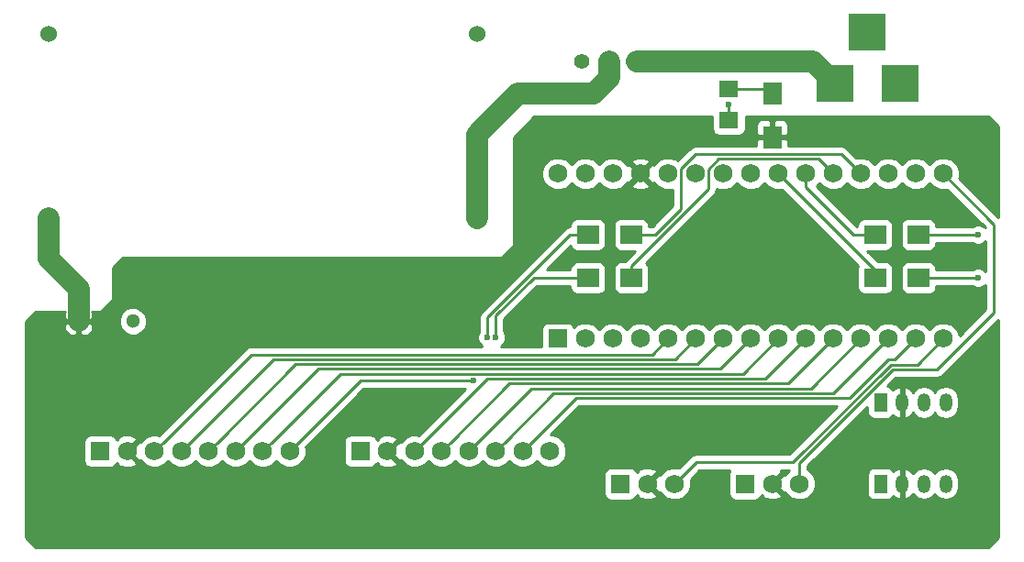
<source format=gbr>
G04 #@! TF.FileFunction,Copper,L1,Top,Signal*
%FSLAX46Y46*%
G04 Gerber Fmt 4.6, Leading zero omitted, Abs format (unit mm)*
G04 Created by KiCad (PCBNEW 4.0.3+e1-6302~38~ubuntu15.04.1-stable) date Wed Oct  5 22:25:40 2016*
%MOMM*%
%LPD*%
G01*
G04 APERTURE LIST*
%ADD10C,0.100000*%
%ADD11R,1.727200X1.727200*%
%ADD12C,1.727200*%
%ADD13R,1.300000X1.300000*%
%ADD14C,1.300000*%
%ADD15R,1.800860X1.597660*%
%ADD16R,1.750000X1.750000*%
%ADD17C,1.750000*%
%ADD18R,1.200000X1.700000*%
%ADD19O,1.200000X1.700000*%
%ADD20C,1.524000*%
%ADD21R,3.500120X3.500120*%
%ADD22R,2.000000X1.700000*%
%ADD23R,1.700000X2.000000*%
%ADD24R,1.397000X1.397000*%
%ADD25C,1.397000*%
%ADD26C,0.600000*%
%ADD27C,0.250000*%
%ADD28C,2.050000*%
%ADD29C,0.254000*%
G04 APERTURE END LIST*
D10*
D11*
X80220000Y-61620000D03*
D12*
X82760000Y-61620000D03*
X85300000Y-61620000D03*
X87840000Y-61620000D03*
X90380000Y-61620000D03*
X92920000Y-61620000D03*
X95460000Y-61620000D03*
X98000000Y-61620000D03*
X100540000Y-61620000D03*
X103080000Y-61620000D03*
X105620000Y-61620000D03*
X108160000Y-61620000D03*
X110700000Y-61620000D03*
X113240000Y-61620000D03*
X115780000Y-61620000D03*
X115780000Y-46380000D03*
X113240000Y-46380000D03*
X110700000Y-46380000D03*
X108160000Y-46380000D03*
X105620000Y-46380000D03*
X103080000Y-46380000D03*
X100540000Y-46380000D03*
X98000000Y-46380000D03*
X95460000Y-46380000D03*
X92920000Y-46380000D03*
X90380000Y-46380000D03*
X87840000Y-46380000D03*
X85300000Y-46380000D03*
X82760000Y-46380000D03*
X80220000Y-46380000D03*
D13*
X36000000Y-60000000D03*
D14*
X41000000Y-60000000D03*
D15*
X96000000Y-38580140D03*
X96000000Y-41419860D03*
D16*
X38000000Y-72000000D03*
D17*
X40500000Y-72000000D03*
X43000000Y-72000000D03*
X45500000Y-72000000D03*
X48000000Y-72000000D03*
X50500000Y-72000000D03*
X53000000Y-72000000D03*
X55500000Y-72000000D03*
D16*
X62000000Y-72000000D03*
D17*
X64500000Y-72000000D03*
X67000000Y-72000000D03*
X69500000Y-72000000D03*
X72000000Y-72000000D03*
X74500000Y-72000000D03*
X77000000Y-72000000D03*
X79500000Y-72000000D03*
D18*
X110000000Y-75000000D03*
D19*
X112000000Y-75000000D03*
X114000000Y-75000000D03*
X116000000Y-75000000D03*
D18*
X110000000Y-67500000D03*
D19*
X112000000Y-67500000D03*
X114000000Y-67500000D03*
X116000000Y-67500000D03*
D20*
X72750000Y-50500000D03*
X72750000Y-33500000D03*
X33250000Y-50500000D03*
X33250000Y-33500000D03*
D21*
X105799860Y-38000000D03*
X111799340Y-38000000D03*
X108799600Y-33301000D03*
D22*
X87000000Y-52000000D03*
X83000000Y-52000000D03*
X87000000Y-56000000D03*
X83000000Y-56000000D03*
X109500000Y-52000000D03*
X113500000Y-52000000D03*
X109500000Y-56000000D03*
X113500000Y-56000000D03*
D23*
X100000000Y-39000000D03*
X100000000Y-43000000D03*
D16*
X86000000Y-75000000D03*
D17*
X88500000Y-75000000D03*
X91000000Y-75000000D03*
D16*
X97500000Y-75000000D03*
D17*
X100000000Y-75000000D03*
X102500000Y-75000000D03*
D24*
X87540000Y-36000000D03*
D25*
X85000000Y-36000000D03*
X82460000Y-36000000D03*
D26*
X96000000Y-40000000D03*
X72421178Y-65503528D03*
X73699997Y-61500000D03*
X74500000Y-61500000D03*
X119000000Y-52000000D03*
X119000000Y-56000000D03*
D27*
X96000000Y-41419860D02*
X96000000Y-40000000D01*
X43874999Y-71125001D02*
X43000000Y-72000000D01*
X51939395Y-63060605D02*
X43874999Y-71125001D01*
X88939395Y-63060605D02*
X51939395Y-63060605D01*
X90380000Y-61620000D02*
X88939395Y-63060605D01*
X91029384Y-63510616D02*
X53989384Y-63510616D01*
X92920000Y-61620000D02*
X91029384Y-63510616D01*
X53989384Y-63510616D02*
X46374999Y-71125001D01*
X46374999Y-71125001D02*
X45500000Y-72000000D01*
X95460000Y-61620000D02*
X93119373Y-63960627D01*
X48874999Y-71125001D02*
X48000000Y-72000000D01*
X93119373Y-63960627D02*
X56039373Y-63960627D01*
X56039373Y-63960627D02*
X48874999Y-71125001D01*
X95209362Y-64410638D02*
X58089362Y-64410638D01*
X98000000Y-61620000D02*
X95209362Y-64410638D01*
X51374999Y-71125001D02*
X50500000Y-72000000D01*
X58089362Y-64410638D02*
X51374999Y-71125001D01*
X60139351Y-64860649D02*
X53874999Y-71125001D01*
X100540000Y-61620000D02*
X97299351Y-64860649D01*
X97299351Y-64860649D02*
X60139351Y-64860649D01*
X53874999Y-71125001D02*
X53000000Y-72000000D01*
X103080000Y-61620000D02*
X99389341Y-65310659D01*
X99389341Y-65310659D02*
X73689341Y-65310659D01*
X73689341Y-65310659D02*
X67874999Y-71125001D01*
X67874999Y-71125001D02*
X67000000Y-72000000D01*
X105620000Y-61620000D02*
X101479331Y-65760669D01*
X101479331Y-65760669D02*
X75739331Y-65760669D01*
X75739331Y-65760669D02*
X70374999Y-71125001D01*
X70374999Y-71125001D02*
X69500000Y-72000000D01*
X108160000Y-61620000D02*
X103569321Y-66210679D01*
X103569321Y-66210679D02*
X77789321Y-66210679D01*
X72874999Y-71125001D02*
X72000000Y-72000000D01*
X77789321Y-66210679D02*
X72874999Y-71125001D01*
X110700000Y-61620000D02*
X105659311Y-66660689D01*
X105659311Y-66660689D02*
X79839311Y-66660689D01*
X79839311Y-66660689D02*
X75374999Y-71125001D01*
X75374999Y-71125001D02*
X74500000Y-72000000D01*
X113240000Y-61620000D02*
X111307995Y-63552005D01*
X111307995Y-63552005D02*
X110742858Y-63552005D01*
X81889301Y-67110699D02*
X77874999Y-71125001D01*
X110742858Y-63552005D02*
X107184164Y-67110699D01*
X107184164Y-67110699D02*
X81889301Y-67110699D01*
X77874999Y-71125001D02*
X77000000Y-72000000D01*
X115780000Y-61620000D02*
X113390378Y-64009622D01*
X113390378Y-64009622D02*
X110921651Y-64009622D01*
X110921651Y-64009622D02*
X101914423Y-73016850D01*
X101914423Y-73016850D02*
X92983150Y-73016850D01*
X92983150Y-73016850D02*
X91000000Y-75000000D01*
X115780000Y-46380000D02*
X120453758Y-51053758D01*
X120453758Y-51053758D02*
X120453758Y-59223105D01*
X120453758Y-59223105D02*
X115217230Y-64459633D01*
X102500000Y-73067684D02*
X102500000Y-75000000D01*
X115217230Y-64459633D02*
X111108051Y-64459633D01*
X111108051Y-64459633D02*
X102500000Y-73067684D01*
X108160000Y-46380000D02*
X106355001Y-44575001D01*
X91568601Y-45931399D02*
X91568601Y-49651288D01*
X89219889Y-52000000D02*
X87000000Y-52000000D01*
X106355001Y-44575001D02*
X92924999Y-44575001D01*
X92924999Y-44575001D02*
X91568601Y-45931399D01*
X91568601Y-49651288D02*
X89219889Y-52000000D01*
X108160000Y-46380000D02*
X108160000Y-45840000D01*
X94108601Y-47791399D02*
X87000000Y-54900000D01*
X87000000Y-54900000D02*
X87000000Y-56000000D01*
X94108601Y-45972269D02*
X94108601Y-47791399D01*
X95055858Y-45025012D02*
X94108601Y-45972269D01*
X104265012Y-45025012D02*
X95055858Y-45025012D01*
X105620000Y-46380000D02*
X104265012Y-45025012D01*
X103080000Y-46380000D02*
X103080000Y-47601314D01*
X103080000Y-47601314D02*
X107478686Y-52000000D01*
X107478686Y-52000000D02*
X108250000Y-52000000D01*
X108250000Y-52000000D02*
X109500000Y-52000000D01*
X100540000Y-46380000D02*
X109500000Y-55340000D01*
X109500000Y-55340000D02*
X109500000Y-56000000D01*
D28*
X33250000Y-50500000D02*
X33250000Y-54250000D01*
X36000000Y-57000000D02*
X36000000Y-60000000D01*
X33250000Y-54250000D02*
X36000000Y-57000000D01*
D27*
X96000000Y-38580140D02*
X99580140Y-38580140D01*
X99580140Y-38580140D02*
X100000000Y-39000000D01*
X71996914Y-65503528D02*
X72421178Y-65503528D01*
X61996472Y-65503528D02*
X71996914Y-65503528D01*
X55500000Y-72000000D02*
X61996472Y-65503528D01*
X83000000Y-52000000D02*
X81363590Y-52000000D01*
X81363590Y-52000000D02*
X73699997Y-59663593D01*
X73699997Y-59663593D02*
X73699997Y-61500000D01*
X78000000Y-56000000D02*
X74500000Y-59500000D01*
X74500000Y-59500000D02*
X74500000Y-61500000D01*
X81750000Y-56000000D02*
X78000000Y-56000000D01*
X83000000Y-56000000D02*
X81750000Y-56000000D01*
X83000000Y-56000000D02*
X82850000Y-56000000D01*
X113500000Y-52000000D02*
X119000000Y-52000000D01*
X113500000Y-56000000D02*
X119000000Y-56000000D01*
D28*
X85000000Y-36000000D02*
X85000000Y-37500000D01*
X85000000Y-37500000D02*
X83500000Y-39000000D01*
X83500000Y-39000000D02*
X76500000Y-39000000D01*
X76500000Y-39000000D02*
X72750000Y-42750000D01*
X72750000Y-42750000D02*
X72750000Y-50500000D01*
X87540000Y-36000000D02*
X103799860Y-36000000D01*
X103799860Y-36000000D02*
X105799860Y-38000000D01*
D29*
G36*
X94452130Y-42218690D02*
X94496408Y-42454007D01*
X94635480Y-42670131D01*
X94847680Y-42815121D01*
X95099570Y-42866130D01*
X96900430Y-42866130D01*
X97135747Y-42821852D01*
X97351871Y-42682780D01*
X97496861Y-42470580D01*
X97547870Y-42218690D01*
X97547870Y-41873691D01*
X98515000Y-41873691D01*
X98515000Y-42714250D01*
X98673750Y-42873000D01*
X99873000Y-42873000D01*
X99873000Y-41523750D01*
X100127000Y-41523750D01*
X100127000Y-42873000D01*
X101326250Y-42873000D01*
X101485000Y-42714250D01*
X101485000Y-41873691D01*
X101388327Y-41640302D01*
X101209699Y-41461673D01*
X100976310Y-41365000D01*
X100285750Y-41365000D01*
X100127000Y-41523750D01*
X99873000Y-41523750D01*
X99714250Y-41365000D01*
X99023690Y-41365000D01*
X98790301Y-41461673D01*
X98611673Y-41640302D01*
X98515000Y-41873691D01*
X97547870Y-41873691D01*
X97547870Y-41127000D01*
X119947394Y-41127000D01*
X120873000Y-42052606D01*
X120873000Y-50398198D01*
X117241916Y-46767114D01*
X117278339Y-46679398D01*
X117278859Y-46083218D01*
X117051192Y-45532220D01*
X116629997Y-45110290D01*
X116079398Y-44881661D01*
X115483218Y-44881141D01*
X114932220Y-45108808D01*
X114510290Y-45530003D01*
X114509905Y-45530931D01*
X114089997Y-45110290D01*
X113539398Y-44881661D01*
X112943218Y-44881141D01*
X112392220Y-45108808D01*
X111970290Y-45530003D01*
X111969905Y-45530931D01*
X111549997Y-45110290D01*
X110999398Y-44881661D01*
X110403218Y-44881141D01*
X109852220Y-45108808D01*
X109430290Y-45530003D01*
X109429905Y-45530931D01*
X109009997Y-45110290D01*
X108459398Y-44881661D01*
X107863218Y-44881141D01*
X107773156Y-44918354D01*
X106892402Y-44037600D01*
X106645840Y-43872853D01*
X106355001Y-43815001D01*
X101485000Y-43815001D01*
X101485000Y-43285750D01*
X101326250Y-43127000D01*
X100127000Y-43127000D01*
X100127000Y-43147000D01*
X99873000Y-43147000D01*
X99873000Y-43127000D01*
X98673750Y-43127000D01*
X98515000Y-43285750D01*
X98515000Y-43815001D01*
X92924999Y-43815001D01*
X92682413Y-43863255D01*
X92634159Y-43872853D01*
X92387598Y-44037600D01*
X91272415Y-45152783D01*
X91229997Y-45110290D01*
X90679398Y-44881661D01*
X90083218Y-44881141D01*
X89532220Y-45108808D01*
X89110290Y-45530003D01*
X89093459Y-45570537D01*
X88893805Y-45505800D01*
X88019605Y-46380000D01*
X88893805Y-47254200D01*
X89093033Y-47189601D01*
X89108808Y-47227780D01*
X89530003Y-47649710D01*
X90080602Y-47878339D01*
X90676782Y-47878859D01*
X90808601Y-47824393D01*
X90808601Y-49336486D01*
X88905087Y-51240000D01*
X88647440Y-51240000D01*
X88647440Y-51150000D01*
X88603162Y-50914683D01*
X88464090Y-50698559D01*
X88251890Y-50553569D01*
X88000000Y-50502560D01*
X86000000Y-50502560D01*
X85764683Y-50546838D01*
X85548559Y-50685910D01*
X85403569Y-50898110D01*
X85352560Y-51150000D01*
X85352560Y-52850000D01*
X85396838Y-53085317D01*
X85535910Y-53301441D01*
X85748110Y-53446431D01*
X86000000Y-53497440D01*
X87327758Y-53497440D01*
X86462599Y-54362599D01*
X86369080Y-54502560D01*
X86000000Y-54502560D01*
X85764683Y-54546838D01*
X85548559Y-54685910D01*
X85403569Y-54898110D01*
X85352560Y-55150000D01*
X85352560Y-56850000D01*
X85396838Y-57085317D01*
X85535910Y-57301441D01*
X85748110Y-57446431D01*
X86000000Y-57497440D01*
X88000000Y-57497440D01*
X88235317Y-57453162D01*
X88451441Y-57314090D01*
X88596431Y-57101890D01*
X88647440Y-56850000D01*
X88647440Y-55150000D01*
X88603162Y-54914683D01*
X88464090Y-54698559D01*
X88352494Y-54622308D01*
X94646002Y-48328800D01*
X94810749Y-48082238D01*
X94868601Y-47791399D01*
X94868601Y-47757089D01*
X95160602Y-47878339D01*
X95756782Y-47878859D01*
X96307780Y-47651192D01*
X96729710Y-47229997D01*
X96730095Y-47229069D01*
X97150003Y-47649710D01*
X97700602Y-47878339D01*
X98296782Y-47878859D01*
X98847780Y-47651192D01*
X99269710Y-47229997D01*
X99270095Y-47229069D01*
X99690003Y-47649710D01*
X100240602Y-47878339D01*
X100836782Y-47878859D01*
X100926844Y-47841646D01*
X107935937Y-54850739D01*
X107903569Y-54898110D01*
X107852560Y-55150000D01*
X107852560Y-56850000D01*
X107896838Y-57085317D01*
X108035910Y-57301441D01*
X108248110Y-57446431D01*
X108500000Y-57497440D01*
X110500000Y-57497440D01*
X110735317Y-57453162D01*
X110951441Y-57314090D01*
X111096431Y-57101890D01*
X111147440Y-56850000D01*
X111147440Y-55150000D01*
X111103162Y-54914683D01*
X110964090Y-54698559D01*
X110751890Y-54553569D01*
X110500000Y-54502560D01*
X109737362Y-54502560D01*
X108732242Y-53497440D01*
X110500000Y-53497440D01*
X110735317Y-53453162D01*
X110951441Y-53314090D01*
X111096431Y-53101890D01*
X111147440Y-52850000D01*
X111147440Y-51150000D01*
X111103162Y-50914683D01*
X110964090Y-50698559D01*
X110751890Y-50553569D01*
X110500000Y-50502560D01*
X108500000Y-50502560D01*
X108264683Y-50546838D01*
X108048559Y-50685910D01*
X107903569Y-50898110D01*
X107852560Y-51150000D01*
X107852560Y-51240000D01*
X107793488Y-51240000D01*
X104066351Y-47512863D01*
X104349710Y-47229997D01*
X104350095Y-47229069D01*
X104770003Y-47649710D01*
X105320602Y-47878339D01*
X105916782Y-47878859D01*
X106467780Y-47651192D01*
X106889710Y-47229997D01*
X106890095Y-47229069D01*
X107310003Y-47649710D01*
X107860602Y-47878339D01*
X108456782Y-47878859D01*
X109007780Y-47651192D01*
X109429710Y-47229997D01*
X109430095Y-47229069D01*
X109850003Y-47649710D01*
X110400602Y-47878339D01*
X110996782Y-47878859D01*
X111547780Y-47651192D01*
X111969710Y-47229997D01*
X111970095Y-47229069D01*
X112390003Y-47649710D01*
X112940602Y-47878339D01*
X113536782Y-47878859D01*
X114087780Y-47651192D01*
X114509710Y-47229997D01*
X114510095Y-47229069D01*
X114930003Y-47649710D01*
X115480602Y-47878339D01*
X116076782Y-47878859D01*
X116166844Y-47841646D01*
X119693758Y-51368560D01*
X119693758Y-51371524D01*
X119530327Y-51207808D01*
X119186799Y-51065162D01*
X118814833Y-51064838D01*
X118471057Y-51206883D01*
X118437882Y-51240000D01*
X115147440Y-51240000D01*
X115147440Y-51150000D01*
X115103162Y-50914683D01*
X114964090Y-50698559D01*
X114751890Y-50553569D01*
X114500000Y-50502560D01*
X112500000Y-50502560D01*
X112264683Y-50546838D01*
X112048559Y-50685910D01*
X111903569Y-50898110D01*
X111852560Y-51150000D01*
X111852560Y-52850000D01*
X111896838Y-53085317D01*
X112035910Y-53301441D01*
X112248110Y-53446431D01*
X112500000Y-53497440D01*
X114500000Y-53497440D01*
X114735317Y-53453162D01*
X114951441Y-53314090D01*
X115096431Y-53101890D01*
X115147440Y-52850000D01*
X115147440Y-52760000D01*
X118437537Y-52760000D01*
X118469673Y-52792192D01*
X118813201Y-52934838D01*
X119185167Y-52935162D01*
X119528943Y-52793117D01*
X119693758Y-52628589D01*
X119693758Y-55371524D01*
X119530327Y-55207808D01*
X119186799Y-55065162D01*
X118814833Y-55064838D01*
X118471057Y-55206883D01*
X118437882Y-55240000D01*
X115147440Y-55240000D01*
X115147440Y-55150000D01*
X115103162Y-54914683D01*
X114964090Y-54698559D01*
X114751890Y-54553569D01*
X114500000Y-54502560D01*
X112500000Y-54502560D01*
X112264683Y-54546838D01*
X112048559Y-54685910D01*
X111903569Y-54898110D01*
X111852560Y-55150000D01*
X111852560Y-56850000D01*
X111896838Y-57085317D01*
X112035910Y-57301441D01*
X112248110Y-57446431D01*
X112500000Y-57497440D01*
X114500000Y-57497440D01*
X114735317Y-57453162D01*
X114951441Y-57314090D01*
X115096431Y-57101890D01*
X115147440Y-56850000D01*
X115147440Y-56760000D01*
X118437537Y-56760000D01*
X118469673Y-56792192D01*
X118813201Y-56934838D01*
X119185167Y-56935162D01*
X119528943Y-56793117D01*
X119693758Y-56628589D01*
X119693758Y-58908303D01*
X117278854Y-61323207D01*
X117051192Y-60772220D01*
X116629997Y-60350290D01*
X116079398Y-60121661D01*
X115483218Y-60121141D01*
X114932220Y-60348808D01*
X114510290Y-60770003D01*
X114509905Y-60770931D01*
X114089997Y-60350290D01*
X113539398Y-60121661D01*
X112943218Y-60121141D01*
X112392220Y-60348808D01*
X111970290Y-60770003D01*
X111969905Y-60770931D01*
X111549997Y-60350290D01*
X110999398Y-60121661D01*
X110403218Y-60121141D01*
X109852220Y-60348808D01*
X109430290Y-60770003D01*
X109429905Y-60770931D01*
X109009997Y-60350290D01*
X108459398Y-60121661D01*
X107863218Y-60121141D01*
X107312220Y-60348808D01*
X106890290Y-60770003D01*
X106889905Y-60770931D01*
X106469997Y-60350290D01*
X105919398Y-60121661D01*
X105323218Y-60121141D01*
X104772220Y-60348808D01*
X104350290Y-60770003D01*
X104349905Y-60770931D01*
X103929997Y-60350290D01*
X103379398Y-60121661D01*
X102783218Y-60121141D01*
X102232220Y-60348808D01*
X101810290Y-60770003D01*
X101809905Y-60770931D01*
X101389997Y-60350290D01*
X100839398Y-60121661D01*
X100243218Y-60121141D01*
X99692220Y-60348808D01*
X99270290Y-60770003D01*
X99269905Y-60770931D01*
X98849997Y-60350290D01*
X98299398Y-60121661D01*
X97703218Y-60121141D01*
X97152220Y-60348808D01*
X96730290Y-60770003D01*
X96729905Y-60770931D01*
X96309997Y-60350290D01*
X95759398Y-60121661D01*
X95163218Y-60121141D01*
X94612220Y-60348808D01*
X94190290Y-60770003D01*
X94189905Y-60770931D01*
X93769997Y-60350290D01*
X93219398Y-60121661D01*
X92623218Y-60121141D01*
X92072220Y-60348808D01*
X91650290Y-60770003D01*
X91649905Y-60770931D01*
X91229997Y-60350290D01*
X90679398Y-60121661D01*
X90083218Y-60121141D01*
X89532220Y-60348808D01*
X89110290Y-60770003D01*
X89109905Y-60770931D01*
X88689997Y-60350290D01*
X88139398Y-60121661D01*
X87543218Y-60121141D01*
X86992220Y-60348808D01*
X86570290Y-60770003D01*
X86569905Y-60770931D01*
X86149997Y-60350290D01*
X85599398Y-60121661D01*
X85003218Y-60121141D01*
X84452220Y-60348808D01*
X84030290Y-60770003D01*
X84029905Y-60770931D01*
X83609997Y-60350290D01*
X83059398Y-60121661D01*
X82463218Y-60121141D01*
X81912220Y-60348808D01*
X81695124Y-60565525D01*
X81686762Y-60521083D01*
X81547690Y-60304959D01*
X81335490Y-60159969D01*
X81083600Y-60108960D01*
X79356400Y-60108960D01*
X79121083Y-60153238D01*
X78904959Y-60292310D01*
X78759969Y-60504510D01*
X78708960Y-60756400D01*
X78708960Y-62300605D01*
X75010821Y-62300605D01*
X75028943Y-62293117D01*
X75292192Y-62030327D01*
X75434838Y-61686799D01*
X75435162Y-61314833D01*
X75293117Y-60971057D01*
X75260000Y-60937882D01*
X75260000Y-59814802D01*
X78314802Y-56760000D01*
X81352560Y-56760000D01*
X81352560Y-56850000D01*
X81396838Y-57085317D01*
X81535910Y-57301441D01*
X81748110Y-57446431D01*
X82000000Y-57497440D01*
X84000000Y-57497440D01*
X84235317Y-57453162D01*
X84451441Y-57314090D01*
X84596431Y-57101890D01*
X84647440Y-56850000D01*
X84647440Y-55150000D01*
X84603162Y-54914683D01*
X84464090Y-54698559D01*
X84251890Y-54553569D01*
X84000000Y-54502560D01*
X82000000Y-54502560D01*
X81764683Y-54546838D01*
X81548559Y-54685910D01*
X81403569Y-54898110D01*
X81352560Y-55150000D01*
X81352560Y-55240000D01*
X79198392Y-55240000D01*
X81389907Y-53048485D01*
X81396838Y-53085317D01*
X81535910Y-53301441D01*
X81748110Y-53446431D01*
X82000000Y-53497440D01*
X84000000Y-53497440D01*
X84235317Y-53453162D01*
X84451441Y-53314090D01*
X84596431Y-53101890D01*
X84647440Y-52850000D01*
X84647440Y-51150000D01*
X84603162Y-50914683D01*
X84464090Y-50698559D01*
X84251890Y-50553569D01*
X84000000Y-50502560D01*
X82000000Y-50502560D01*
X81764683Y-50546838D01*
X81548559Y-50685910D01*
X81403569Y-50898110D01*
X81352560Y-51150000D01*
X81352560Y-51242194D01*
X81072751Y-51297852D01*
X80826189Y-51462599D01*
X73162596Y-59126192D01*
X72997849Y-59372754D01*
X72939997Y-59663593D01*
X72939997Y-60937537D01*
X72907805Y-60969673D01*
X72765159Y-61313201D01*
X72764835Y-61685167D01*
X72906880Y-62028943D01*
X73169670Y-62292192D01*
X73189931Y-62300605D01*
X51939395Y-62300605D01*
X51648555Y-62358457D01*
X51401994Y-62523204D01*
X43395837Y-70529361D01*
X43301675Y-70490262D01*
X42700960Y-70489738D01*
X42145771Y-70719138D01*
X41720630Y-71143537D01*
X41711108Y-71166469D01*
X41562060Y-71117545D01*
X40679605Y-72000000D01*
X41562060Y-72882455D01*
X41710648Y-72833682D01*
X41719138Y-72854229D01*
X42143537Y-73279370D01*
X42698325Y-73509738D01*
X43299040Y-73510262D01*
X43854229Y-73280862D01*
X44250318Y-72885464D01*
X44643537Y-73279370D01*
X45198325Y-73509738D01*
X45799040Y-73510262D01*
X46354229Y-73280862D01*
X46750318Y-72885464D01*
X47143537Y-73279370D01*
X47698325Y-73509738D01*
X48299040Y-73510262D01*
X48854229Y-73280862D01*
X49250318Y-72885464D01*
X49643537Y-73279370D01*
X50198325Y-73509738D01*
X50799040Y-73510262D01*
X51354229Y-73280862D01*
X51750318Y-72885464D01*
X52143537Y-73279370D01*
X52698325Y-73509738D01*
X53299040Y-73510262D01*
X53854229Y-73280862D01*
X54250318Y-72885464D01*
X54643537Y-73279370D01*
X55198325Y-73509738D01*
X55799040Y-73510262D01*
X56354229Y-73280862D01*
X56779370Y-72856463D01*
X57009738Y-72301675D01*
X57010262Y-71700960D01*
X56970375Y-71604427D01*
X57449802Y-71125000D01*
X60477560Y-71125000D01*
X60477560Y-72875000D01*
X60521838Y-73110317D01*
X60660910Y-73326441D01*
X60873110Y-73471431D01*
X61125000Y-73522440D01*
X62875000Y-73522440D01*
X63110317Y-73478162D01*
X63326441Y-73339090D01*
X63463994Y-73137774D01*
X63502914Y-73176694D01*
X63617546Y-73062062D01*
X63700884Y-73315953D01*
X64265306Y-73521590D01*
X64865458Y-73495579D01*
X65299116Y-73315953D01*
X65382455Y-73062060D01*
X64500000Y-72179605D01*
X64485858Y-72193748D01*
X64306253Y-72014143D01*
X64320395Y-72000000D01*
X64306253Y-71985858D01*
X64485858Y-71806253D01*
X64500000Y-71820395D01*
X65382455Y-70937940D01*
X65299116Y-70684047D01*
X64734694Y-70478410D01*
X64134542Y-70504421D01*
X63700884Y-70684047D01*
X63617546Y-70937938D01*
X63502914Y-70823306D01*
X63461864Y-70864356D01*
X63339090Y-70673559D01*
X63126890Y-70528569D01*
X62875000Y-70477560D01*
X61125000Y-70477560D01*
X60889683Y-70521838D01*
X60673559Y-70660910D01*
X60528569Y-70873110D01*
X60477560Y-71125000D01*
X57449802Y-71125000D01*
X62311274Y-66263528D01*
X71661670Y-66263528D01*
X67395837Y-70529361D01*
X67301675Y-70490262D01*
X66700960Y-70489738D01*
X66145771Y-70719138D01*
X65720630Y-71143537D01*
X65711108Y-71166469D01*
X65562060Y-71117545D01*
X64679605Y-72000000D01*
X65562060Y-72882455D01*
X65710648Y-72833682D01*
X65719138Y-72854229D01*
X66143537Y-73279370D01*
X66698325Y-73509738D01*
X67299040Y-73510262D01*
X67854229Y-73280862D01*
X68250318Y-72885464D01*
X68643537Y-73279370D01*
X69198325Y-73509738D01*
X69799040Y-73510262D01*
X70354229Y-73280862D01*
X70750318Y-72885464D01*
X71143537Y-73279370D01*
X71698325Y-73509738D01*
X72299040Y-73510262D01*
X72854229Y-73280862D01*
X73250318Y-72885464D01*
X73643537Y-73279370D01*
X74198325Y-73509738D01*
X74799040Y-73510262D01*
X75354229Y-73280862D01*
X75750318Y-72885464D01*
X76143537Y-73279370D01*
X76698325Y-73509738D01*
X77299040Y-73510262D01*
X77854229Y-73280862D01*
X78250318Y-72885464D01*
X78643537Y-73279370D01*
X79198325Y-73509738D01*
X79799040Y-73510262D01*
X80354229Y-73280862D01*
X80779370Y-72856463D01*
X81009738Y-72301675D01*
X81010262Y-71700960D01*
X80780862Y-71145771D01*
X80356463Y-70720630D01*
X79801675Y-70490262D01*
X79584729Y-70490073D01*
X82204103Y-67870699D01*
X105985772Y-67870699D01*
X101599621Y-72256850D01*
X92983150Y-72256850D01*
X92692311Y-72314702D01*
X92445749Y-72479449D01*
X91395837Y-73529361D01*
X91301675Y-73490262D01*
X90700960Y-73489738D01*
X90145771Y-73719138D01*
X89720630Y-74143537D01*
X89711108Y-74166469D01*
X89562060Y-74117545D01*
X88679605Y-75000000D01*
X89562060Y-75882455D01*
X89710648Y-75833682D01*
X89719138Y-75854229D01*
X90143537Y-76279370D01*
X90698325Y-76509738D01*
X91299040Y-76510262D01*
X91854229Y-76280862D01*
X92279370Y-75856463D01*
X92509738Y-75301675D01*
X92510262Y-74700960D01*
X92470375Y-74604427D01*
X93297952Y-73776850D01*
X96094341Y-73776850D01*
X96028569Y-73873110D01*
X95977560Y-74125000D01*
X95977560Y-75875000D01*
X96021838Y-76110317D01*
X96160910Y-76326441D01*
X96373110Y-76471431D01*
X96625000Y-76522440D01*
X98375000Y-76522440D01*
X98610317Y-76478162D01*
X98826441Y-76339090D01*
X98963994Y-76137774D01*
X99002914Y-76176694D01*
X99117546Y-76062062D01*
X99200884Y-76315953D01*
X99765306Y-76521590D01*
X100365458Y-76495579D01*
X100799116Y-76315953D01*
X100882455Y-76062060D01*
X100000000Y-75179605D01*
X99985858Y-75193748D01*
X99806253Y-75014143D01*
X99820395Y-75000000D01*
X99806253Y-74985858D01*
X99985858Y-74806253D01*
X100000000Y-74820395D01*
X100882455Y-73937940D01*
X100829578Y-73776850D01*
X101587958Y-73776850D01*
X101220630Y-74143537D01*
X101211108Y-74166469D01*
X101062060Y-74117545D01*
X100179605Y-75000000D01*
X101062060Y-75882455D01*
X101210648Y-75833682D01*
X101219138Y-75854229D01*
X101643537Y-76279370D01*
X102198325Y-76509738D01*
X102799040Y-76510262D01*
X103354229Y-76280862D01*
X103779370Y-75856463D01*
X104009738Y-75301675D01*
X104010262Y-74700960D01*
X103782610Y-74150000D01*
X108752560Y-74150000D01*
X108752560Y-75850000D01*
X108796838Y-76085317D01*
X108935910Y-76301441D01*
X109148110Y-76446431D01*
X109400000Y-76497440D01*
X110600000Y-76497440D01*
X110835317Y-76453162D01*
X111051441Y-76314090D01*
X111155571Y-76161691D01*
X111170875Y-76181933D01*
X111590624Y-76428286D01*
X111682391Y-76443462D01*
X111873000Y-76318731D01*
X111873000Y-75127000D01*
X111853000Y-75127000D01*
X111853000Y-74873000D01*
X111873000Y-74873000D01*
X111873000Y-73681269D01*
X112127000Y-73681269D01*
X112127000Y-74873000D01*
X112147000Y-74873000D01*
X112147000Y-75127000D01*
X112127000Y-75127000D01*
X112127000Y-76318731D01*
X112317609Y-76443462D01*
X112409376Y-76428286D01*
X112829125Y-76181933D01*
X112997590Y-75959109D01*
X113126723Y-76152370D01*
X113527386Y-76420084D01*
X114000000Y-76514093D01*
X114472614Y-76420084D01*
X114873277Y-76152370D01*
X115000000Y-75962715D01*
X115126723Y-76152370D01*
X115527386Y-76420084D01*
X116000000Y-76514093D01*
X116472614Y-76420084D01*
X116873277Y-76152370D01*
X117140991Y-75751707D01*
X117235000Y-75279093D01*
X117235000Y-74720907D01*
X117140991Y-74248293D01*
X116873277Y-73847630D01*
X116472614Y-73579916D01*
X116000000Y-73485907D01*
X115527386Y-73579916D01*
X115126723Y-73847630D01*
X115000000Y-74037285D01*
X114873277Y-73847630D01*
X114472614Y-73579916D01*
X114000000Y-73485907D01*
X113527386Y-73579916D01*
X113126723Y-73847630D01*
X112997590Y-74040891D01*
X112829125Y-73818067D01*
X112409376Y-73571714D01*
X112317609Y-73556538D01*
X112127000Y-73681269D01*
X111873000Y-73681269D01*
X111682391Y-73556538D01*
X111590624Y-73571714D01*
X111170875Y-73818067D01*
X111154731Y-73839420D01*
X111064090Y-73698559D01*
X110851890Y-73553569D01*
X110600000Y-73502560D01*
X109400000Y-73502560D01*
X109164683Y-73546838D01*
X108948559Y-73685910D01*
X108803569Y-73898110D01*
X108752560Y-74150000D01*
X103782610Y-74150000D01*
X103780862Y-74145771D01*
X103356463Y-73720630D01*
X103260000Y-73680575D01*
X103260000Y-73382486D01*
X108752560Y-67889926D01*
X108752560Y-68350000D01*
X108796838Y-68585317D01*
X108935910Y-68801441D01*
X109148110Y-68946431D01*
X109400000Y-68997440D01*
X110600000Y-68997440D01*
X110835317Y-68953162D01*
X111051441Y-68814090D01*
X111155571Y-68661691D01*
X111170875Y-68681933D01*
X111590624Y-68928286D01*
X111682391Y-68943462D01*
X111873000Y-68818731D01*
X111873000Y-67627000D01*
X111853000Y-67627000D01*
X111853000Y-67373000D01*
X111873000Y-67373000D01*
X111873000Y-66181269D01*
X112127000Y-66181269D01*
X112127000Y-67373000D01*
X112147000Y-67373000D01*
X112147000Y-67627000D01*
X112127000Y-67627000D01*
X112127000Y-68818731D01*
X112317609Y-68943462D01*
X112409376Y-68928286D01*
X112829125Y-68681933D01*
X112997590Y-68459109D01*
X113126723Y-68652370D01*
X113527386Y-68920084D01*
X114000000Y-69014093D01*
X114472614Y-68920084D01*
X114873277Y-68652370D01*
X115000000Y-68462715D01*
X115126723Y-68652370D01*
X115527386Y-68920084D01*
X116000000Y-69014093D01*
X116472614Y-68920084D01*
X116873277Y-68652370D01*
X117140991Y-68251707D01*
X117235000Y-67779093D01*
X117235000Y-67220907D01*
X117140991Y-66748293D01*
X116873277Y-66347630D01*
X116472614Y-66079916D01*
X116000000Y-65985907D01*
X115527386Y-66079916D01*
X115126723Y-66347630D01*
X115000000Y-66537285D01*
X114873277Y-66347630D01*
X114472614Y-66079916D01*
X114000000Y-65985907D01*
X113527386Y-66079916D01*
X113126723Y-66347630D01*
X112997590Y-66540891D01*
X112829125Y-66318067D01*
X112409376Y-66071714D01*
X112317609Y-66056538D01*
X112127000Y-66181269D01*
X111873000Y-66181269D01*
X111682391Y-66056538D01*
X111590624Y-66071714D01*
X111170875Y-66318067D01*
X111154731Y-66339420D01*
X111064090Y-66198559D01*
X110851890Y-66053569D01*
X110633202Y-66009284D01*
X111422853Y-65219633D01*
X115217230Y-65219633D01*
X115508069Y-65161781D01*
X115754631Y-64997034D01*
X120873000Y-59878665D01*
X120873000Y-79947394D01*
X119947394Y-80873000D01*
X32052606Y-80873000D01*
X31127000Y-79947394D01*
X31127000Y-74125000D01*
X84477560Y-74125000D01*
X84477560Y-75875000D01*
X84521838Y-76110317D01*
X84660910Y-76326441D01*
X84873110Y-76471431D01*
X85125000Y-76522440D01*
X86875000Y-76522440D01*
X87110317Y-76478162D01*
X87326441Y-76339090D01*
X87463994Y-76137774D01*
X87502914Y-76176694D01*
X87617546Y-76062062D01*
X87700884Y-76315953D01*
X88265306Y-76521590D01*
X88865458Y-76495579D01*
X89299116Y-76315953D01*
X89382455Y-76062060D01*
X88500000Y-75179605D01*
X88485858Y-75193748D01*
X88306253Y-75014143D01*
X88320395Y-75000000D01*
X88306253Y-74985858D01*
X88485858Y-74806253D01*
X88500000Y-74820395D01*
X89382455Y-73937940D01*
X89299116Y-73684047D01*
X88734694Y-73478410D01*
X88134542Y-73504421D01*
X87700884Y-73684047D01*
X87617546Y-73937938D01*
X87502914Y-73823306D01*
X87461864Y-73864356D01*
X87339090Y-73673559D01*
X87126890Y-73528569D01*
X86875000Y-73477560D01*
X85125000Y-73477560D01*
X84889683Y-73521838D01*
X84673559Y-73660910D01*
X84528569Y-73873110D01*
X84477560Y-74125000D01*
X31127000Y-74125000D01*
X31127000Y-71125000D01*
X36477560Y-71125000D01*
X36477560Y-72875000D01*
X36521838Y-73110317D01*
X36660910Y-73326441D01*
X36873110Y-73471431D01*
X37125000Y-73522440D01*
X38875000Y-73522440D01*
X39110317Y-73478162D01*
X39326441Y-73339090D01*
X39463994Y-73137774D01*
X39502914Y-73176694D01*
X39617546Y-73062062D01*
X39700884Y-73315953D01*
X40265306Y-73521590D01*
X40865458Y-73495579D01*
X41299116Y-73315953D01*
X41382455Y-73062060D01*
X40500000Y-72179605D01*
X40485858Y-72193748D01*
X40306253Y-72014143D01*
X40320395Y-72000000D01*
X40306253Y-71985858D01*
X40485858Y-71806253D01*
X40500000Y-71820395D01*
X41382455Y-70937940D01*
X41299116Y-70684047D01*
X40734694Y-70478410D01*
X40134542Y-70504421D01*
X39700884Y-70684047D01*
X39617546Y-70937938D01*
X39502914Y-70823306D01*
X39461864Y-70864356D01*
X39339090Y-70673559D01*
X39126890Y-70528569D01*
X38875000Y-70477560D01*
X37125000Y-70477560D01*
X36889683Y-70521838D01*
X36673559Y-70660910D01*
X36528569Y-70873110D01*
X36477560Y-71125000D01*
X31127000Y-71125000D01*
X31127000Y-60285750D01*
X34715000Y-60285750D01*
X34715000Y-60776310D01*
X34811673Y-61009699D01*
X34990302Y-61188327D01*
X35223691Y-61285000D01*
X35714250Y-61285000D01*
X35873000Y-61126250D01*
X35873000Y-60127000D01*
X36127000Y-60127000D01*
X36127000Y-61126250D01*
X36285750Y-61285000D01*
X36776309Y-61285000D01*
X37009698Y-61188327D01*
X37188327Y-61009699D01*
X37285000Y-60776310D01*
X37285000Y-60285750D01*
X37253731Y-60254481D01*
X39714777Y-60254481D01*
X39909995Y-60726943D01*
X40271155Y-61088735D01*
X40743276Y-61284777D01*
X41254481Y-61285223D01*
X41726943Y-61090005D01*
X42088735Y-60728845D01*
X42284777Y-60256724D01*
X42285223Y-59745519D01*
X42090005Y-59273057D01*
X41728845Y-58911265D01*
X41256724Y-58715223D01*
X40745519Y-58714777D01*
X40273057Y-58909995D01*
X39911265Y-59271155D01*
X39715223Y-59743276D01*
X39714777Y-60254481D01*
X37253731Y-60254481D01*
X37126250Y-60127000D01*
X36127000Y-60127000D01*
X35873000Y-60127000D01*
X34873750Y-60127000D01*
X34715000Y-60285750D01*
X31127000Y-60285750D01*
X31127000Y-60052606D01*
X32052606Y-59127000D01*
X34755050Y-59127000D01*
X34715000Y-59223690D01*
X34715000Y-59714250D01*
X34873750Y-59873000D01*
X35873000Y-59873000D01*
X35873000Y-59853000D01*
X36127000Y-59853000D01*
X36127000Y-59873000D01*
X37126250Y-59873000D01*
X37285000Y-59714250D01*
X37285000Y-59223690D01*
X37244950Y-59127000D01*
X38000000Y-59127000D01*
X38049410Y-59116994D01*
X38089803Y-59089803D01*
X39089803Y-58089803D01*
X39117666Y-58047789D01*
X39127000Y-58000000D01*
X39127000Y-55052606D01*
X40052606Y-54127000D01*
X75000000Y-54127000D01*
X75049410Y-54116994D01*
X75089803Y-54089803D01*
X76089803Y-53089803D01*
X76117666Y-53047789D01*
X76127000Y-53000000D01*
X76127000Y-46676782D01*
X78721141Y-46676782D01*
X78948808Y-47227780D01*
X79370003Y-47649710D01*
X79920602Y-47878339D01*
X80516782Y-47878859D01*
X81067780Y-47651192D01*
X81489710Y-47229997D01*
X81490095Y-47229069D01*
X81910003Y-47649710D01*
X82460602Y-47878339D01*
X83056782Y-47878859D01*
X83607780Y-47651192D01*
X84029710Y-47229997D01*
X84030095Y-47229069D01*
X84450003Y-47649710D01*
X85000602Y-47878339D01*
X85596782Y-47878859D01*
X86147780Y-47651192D01*
X86365546Y-47433805D01*
X86965800Y-47433805D01*
X87047741Y-47686516D01*
X87608030Y-47890248D01*
X88203635Y-47864058D01*
X88632259Y-47686516D01*
X88714200Y-47433805D01*
X87840000Y-46559605D01*
X86965800Y-47433805D01*
X86365546Y-47433805D01*
X86569710Y-47229997D01*
X86586541Y-47189463D01*
X86786195Y-47254200D01*
X87660395Y-46380000D01*
X86786195Y-45505800D01*
X86586967Y-45570399D01*
X86571192Y-45532220D01*
X86365526Y-45326195D01*
X86965800Y-45326195D01*
X87840000Y-46200395D01*
X88714200Y-45326195D01*
X88632259Y-45073484D01*
X88071970Y-44869752D01*
X87476365Y-44895942D01*
X87047741Y-45073484D01*
X86965800Y-45326195D01*
X86365526Y-45326195D01*
X86149997Y-45110290D01*
X85599398Y-44881661D01*
X85003218Y-44881141D01*
X84452220Y-45108808D01*
X84030290Y-45530003D01*
X84029905Y-45530931D01*
X83609997Y-45110290D01*
X83059398Y-44881661D01*
X82463218Y-44881141D01*
X81912220Y-45108808D01*
X81490290Y-45530003D01*
X81489905Y-45530931D01*
X81069997Y-45110290D01*
X80519398Y-44881661D01*
X79923218Y-44881141D01*
X79372220Y-45108808D01*
X78950290Y-45530003D01*
X78721661Y-46080602D01*
X78721141Y-46676782D01*
X76127000Y-46676782D01*
X76127000Y-43052606D01*
X78052606Y-41127000D01*
X94452130Y-41127000D01*
X94452130Y-42218690D01*
X94452130Y-42218690D01*
G37*
X94452130Y-42218690D02*
X94496408Y-42454007D01*
X94635480Y-42670131D01*
X94847680Y-42815121D01*
X95099570Y-42866130D01*
X96900430Y-42866130D01*
X97135747Y-42821852D01*
X97351871Y-42682780D01*
X97496861Y-42470580D01*
X97547870Y-42218690D01*
X97547870Y-41873691D01*
X98515000Y-41873691D01*
X98515000Y-42714250D01*
X98673750Y-42873000D01*
X99873000Y-42873000D01*
X99873000Y-41523750D01*
X100127000Y-41523750D01*
X100127000Y-42873000D01*
X101326250Y-42873000D01*
X101485000Y-42714250D01*
X101485000Y-41873691D01*
X101388327Y-41640302D01*
X101209699Y-41461673D01*
X100976310Y-41365000D01*
X100285750Y-41365000D01*
X100127000Y-41523750D01*
X99873000Y-41523750D01*
X99714250Y-41365000D01*
X99023690Y-41365000D01*
X98790301Y-41461673D01*
X98611673Y-41640302D01*
X98515000Y-41873691D01*
X97547870Y-41873691D01*
X97547870Y-41127000D01*
X119947394Y-41127000D01*
X120873000Y-42052606D01*
X120873000Y-50398198D01*
X117241916Y-46767114D01*
X117278339Y-46679398D01*
X117278859Y-46083218D01*
X117051192Y-45532220D01*
X116629997Y-45110290D01*
X116079398Y-44881661D01*
X115483218Y-44881141D01*
X114932220Y-45108808D01*
X114510290Y-45530003D01*
X114509905Y-45530931D01*
X114089997Y-45110290D01*
X113539398Y-44881661D01*
X112943218Y-44881141D01*
X112392220Y-45108808D01*
X111970290Y-45530003D01*
X111969905Y-45530931D01*
X111549997Y-45110290D01*
X110999398Y-44881661D01*
X110403218Y-44881141D01*
X109852220Y-45108808D01*
X109430290Y-45530003D01*
X109429905Y-45530931D01*
X109009997Y-45110290D01*
X108459398Y-44881661D01*
X107863218Y-44881141D01*
X107773156Y-44918354D01*
X106892402Y-44037600D01*
X106645840Y-43872853D01*
X106355001Y-43815001D01*
X101485000Y-43815001D01*
X101485000Y-43285750D01*
X101326250Y-43127000D01*
X100127000Y-43127000D01*
X100127000Y-43147000D01*
X99873000Y-43147000D01*
X99873000Y-43127000D01*
X98673750Y-43127000D01*
X98515000Y-43285750D01*
X98515000Y-43815001D01*
X92924999Y-43815001D01*
X92682413Y-43863255D01*
X92634159Y-43872853D01*
X92387598Y-44037600D01*
X91272415Y-45152783D01*
X91229997Y-45110290D01*
X90679398Y-44881661D01*
X90083218Y-44881141D01*
X89532220Y-45108808D01*
X89110290Y-45530003D01*
X89093459Y-45570537D01*
X88893805Y-45505800D01*
X88019605Y-46380000D01*
X88893805Y-47254200D01*
X89093033Y-47189601D01*
X89108808Y-47227780D01*
X89530003Y-47649710D01*
X90080602Y-47878339D01*
X90676782Y-47878859D01*
X90808601Y-47824393D01*
X90808601Y-49336486D01*
X88905087Y-51240000D01*
X88647440Y-51240000D01*
X88647440Y-51150000D01*
X88603162Y-50914683D01*
X88464090Y-50698559D01*
X88251890Y-50553569D01*
X88000000Y-50502560D01*
X86000000Y-50502560D01*
X85764683Y-50546838D01*
X85548559Y-50685910D01*
X85403569Y-50898110D01*
X85352560Y-51150000D01*
X85352560Y-52850000D01*
X85396838Y-53085317D01*
X85535910Y-53301441D01*
X85748110Y-53446431D01*
X86000000Y-53497440D01*
X87327758Y-53497440D01*
X86462599Y-54362599D01*
X86369080Y-54502560D01*
X86000000Y-54502560D01*
X85764683Y-54546838D01*
X85548559Y-54685910D01*
X85403569Y-54898110D01*
X85352560Y-55150000D01*
X85352560Y-56850000D01*
X85396838Y-57085317D01*
X85535910Y-57301441D01*
X85748110Y-57446431D01*
X86000000Y-57497440D01*
X88000000Y-57497440D01*
X88235317Y-57453162D01*
X88451441Y-57314090D01*
X88596431Y-57101890D01*
X88647440Y-56850000D01*
X88647440Y-55150000D01*
X88603162Y-54914683D01*
X88464090Y-54698559D01*
X88352494Y-54622308D01*
X94646002Y-48328800D01*
X94810749Y-48082238D01*
X94868601Y-47791399D01*
X94868601Y-47757089D01*
X95160602Y-47878339D01*
X95756782Y-47878859D01*
X96307780Y-47651192D01*
X96729710Y-47229997D01*
X96730095Y-47229069D01*
X97150003Y-47649710D01*
X97700602Y-47878339D01*
X98296782Y-47878859D01*
X98847780Y-47651192D01*
X99269710Y-47229997D01*
X99270095Y-47229069D01*
X99690003Y-47649710D01*
X100240602Y-47878339D01*
X100836782Y-47878859D01*
X100926844Y-47841646D01*
X107935937Y-54850739D01*
X107903569Y-54898110D01*
X107852560Y-55150000D01*
X107852560Y-56850000D01*
X107896838Y-57085317D01*
X108035910Y-57301441D01*
X108248110Y-57446431D01*
X108500000Y-57497440D01*
X110500000Y-57497440D01*
X110735317Y-57453162D01*
X110951441Y-57314090D01*
X111096431Y-57101890D01*
X111147440Y-56850000D01*
X111147440Y-55150000D01*
X111103162Y-54914683D01*
X110964090Y-54698559D01*
X110751890Y-54553569D01*
X110500000Y-54502560D01*
X109737362Y-54502560D01*
X108732242Y-53497440D01*
X110500000Y-53497440D01*
X110735317Y-53453162D01*
X110951441Y-53314090D01*
X111096431Y-53101890D01*
X111147440Y-52850000D01*
X111147440Y-51150000D01*
X111103162Y-50914683D01*
X110964090Y-50698559D01*
X110751890Y-50553569D01*
X110500000Y-50502560D01*
X108500000Y-50502560D01*
X108264683Y-50546838D01*
X108048559Y-50685910D01*
X107903569Y-50898110D01*
X107852560Y-51150000D01*
X107852560Y-51240000D01*
X107793488Y-51240000D01*
X104066351Y-47512863D01*
X104349710Y-47229997D01*
X104350095Y-47229069D01*
X104770003Y-47649710D01*
X105320602Y-47878339D01*
X105916782Y-47878859D01*
X106467780Y-47651192D01*
X106889710Y-47229997D01*
X106890095Y-47229069D01*
X107310003Y-47649710D01*
X107860602Y-47878339D01*
X108456782Y-47878859D01*
X109007780Y-47651192D01*
X109429710Y-47229997D01*
X109430095Y-47229069D01*
X109850003Y-47649710D01*
X110400602Y-47878339D01*
X110996782Y-47878859D01*
X111547780Y-47651192D01*
X111969710Y-47229997D01*
X111970095Y-47229069D01*
X112390003Y-47649710D01*
X112940602Y-47878339D01*
X113536782Y-47878859D01*
X114087780Y-47651192D01*
X114509710Y-47229997D01*
X114510095Y-47229069D01*
X114930003Y-47649710D01*
X115480602Y-47878339D01*
X116076782Y-47878859D01*
X116166844Y-47841646D01*
X119693758Y-51368560D01*
X119693758Y-51371524D01*
X119530327Y-51207808D01*
X119186799Y-51065162D01*
X118814833Y-51064838D01*
X118471057Y-51206883D01*
X118437882Y-51240000D01*
X115147440Y-51240000D01*
X115147440Y-51150000D01*
X115103162Y-50914683D01*
X114964090Y-50698559D01*
X114751890Y-50553569D01*
X114500000Y-50502560D01*
X112500000Y-50502560D01*
X112264683Y-50546838D01*
X112048559Y-50685910D01*
X111903569Y-50898110D01*
X111852560Y-51150000D01*
X111852560Y-52850000D01*
X111896838Y-53085317D01*
X112035910Y-53301441D01*
X112248110Y-53446431D01*
X112500000Y-53497440D01*
X114500000Y-53497440D01*
X114735317Y-53453162D01*
X114951441Y-53314090D01*
X115096431Y-53101890D01*
X115147440Y-52850000D01*
X115147440Y-52760000D01*
X118437537Y-52760000D01*
X118469673Y-52792192D01*
X118813201Y-52934838D01*
X119185167Y-52935162D01*
X119528943Y-52793117D01*
X119693758Y-52628589D01*
X119693758Y-55371524D01*
X119530327Y-55207808D01*
X119186799Y-55065162D01*
X118814833Y-55064838D01*
X118471057Y-55206883D01*
X118437882Y-55240000D01*
X115147440Y-55240000D01*
X115147440Y-55150000D01*
X115103162Y-54914683D01*
X114964090Y-54698559D01*
X114751890Y-54553569D01*
X114500000Y-54502560D01*
X112500000Y-54502560D01*
X112264683Y-54546838D01*
X112048559Y-54685910D01*
X111903569Y-54898110D01*
X111852560Y-55150000D01*
X111852560Y-56850000D01*
X111896838Y-57085317D01*
X112035910Y-57301441D01*
X112248110Y-57446431D01*
X112500000Y-57497440D01*
X114500000Y-57497440D01*
X114735317Y-57453162D01*
X114951441Y-57314090D01*
X115096431Y-57101890D01*
X115147440Y-56850000D01*
X115147440Y-56760000D01*
X118437537Y-56760000D01*
X118469673Y-56792192D01*
X118813201Y-56934838D01*
X119185167Y-56935162D01*
X119528943Y-56793117D01*
X119693758Y-56628589D01*
X119693758Y-58908303D01*
X117278854Y-61323207D01*
X117051192Y-60772220D01*
X116629997Y-60350290D01*
X116079398Y-60121661D01*
X115483218Y-60121141D01*
X114932220Y-60348808D01*
X114510290Y-60770003D01*
X114509905Y-60770931D01*
X114089997Y-60350290D01*
X113539398Y-60121661D01*
X112943218Y-60121141D01*
X112392220Y-60348808D01*
X111970290Y-60770003D01*
X111969905Y-60770931D01*
X111549997Y-60350290D01*
X110999398Y-60121661D01*
X110403218Y-60121141D01*
X109852220Y-60348808D01*
X109430290Y-60770003D01*
X109429905Y-60770931D01*
X109009997Y-60350290D01*
X108459398Y-60121661D01*
X107863218Y-60121141D01*
X107312220Y-60348808D01*
X106890290Y-60770003D01*
X106889905Y-60770931D01*
X106469997Y-60350290D01*
X105919398Y-60121661D01*
X105323218Y-60121141D01*
X104772220Y-60348808D01*
X104350290Y-60770003D01*
X104349905Y-60770931D01*
X103929997Y-60350290D01*
X103379398Y-60121661D01*
X102783218Y-60121141D01*
X102232220Y-60348808D01*
X101810290Y-60770003D01*
X101809905Y-60770931D01*
X101389997Y-60350290D01*
X100839398Y-60121661D01*
X100243218Y-60121141D01*
X99692220Y-60348808D01*
X99270290Y-60770003D01*
X99269905Y-60770931D01*
X98849997Y-60350290D01*
X98299398Y-60121661D01*
X97703218Y-60121141D01*
X97152220Y-60348808D01*
X96730290Y-60770003D01*
X96729905Y-60770931D01*
X96309997Y-60350290D01*
X95759398Y-60121661D01*
X95163218Y-60121141D01*
X94612220Y-60348808D01*
X94190290Y-60770003D01*
X94189905Y-60770931D01*
X93769997Y-60350290D01*
X93219398Y-60121661D01*
X92623218Y-60121141D01*
X92072220Y-60348808D01*
X91650290Y-60770003D01*
X91649905Y-60770931D01*
X91229997Y-60350290D01*
X90679398Y-60121661D01*
X90083218Y-60121141D01*
X89532220Y-60348808D01*
X89110290Y-60770003D01*
X89109905Y-60770931D01*
X88689997Y-60350290D01*
X88139398Y-60121661D01*
X87543218Y-60121141D01*
X86992220Y-60348808D01*
X86570290Y-60770003D01*
X86569905Y-60770931D01*
X86149997Y-60350290D01*
X85599398Y-60121661D01*
X85003218Y-60121141D01*
X84452220Y-60348808D01*
X84030290Y-60770003D01*
X84029905Y-60770931D01*
X83609997Y-60350290D01*
X83059398Y-60121661D01*
X82463218Y-60121141D01*
X81912220Y-60348808D01*
X81695124Y-60565525D01*
X81686762Y-60521083D01*
X81547690Y-60304959D01*
X81335490Y-60159969D01*
X81083600Y-60108960D01*
X79356400Y-60108960D01*
X79121083Y-60153238D01*
X78904959Y-60292310D01*
X78759969Y-60504510D01*
X78708960Y-60756400D01*
X78708960Y-62300605D01*
X75010821Y-62300605D01*
X75028943Y-62293117D01*
X75292192Y-62030327D01*
X75434838Y-61686799D01*
X75435162Y-61314833D01*
X75293117Y-60971057D01*
X75260000Y-60937882D01*
X75260000Y-59814802D01*
X78314802Y-56760000D01*
X81352560Y-56760000D01*
X81352560Y-56850000D01*
X81396838Y-57085317D01*
X81535910Y-57301441D01*
X81748110Y-57446431D01*
X82000000Y-57497440D01*
X84000000Y-57497440D01*
X84235317Y-57453162D01*
X84451441Y-57314090D01*
X84596431Y-57101890D01*
X84647440Y-56850000D01*
X84647440Y-55150000D01*
X84603162Y-54914683D01*
X84464090Y-54698559D01*
X84251890Y-54553569D01*
X84000000Y-54502560D01*
X82000000Y-54502560D01*
X81764683Y-54546838D01*
X81548559Y-54685910D01*
X81403569Y-54898110D01*
X81352560Y-55150000D01*
X81352560Y-55240000D01*
X79198392Y-55240000D01*
X81389907Y-53048485D01*
X81396838Y-53085317D01*
X81535910Y-53301441D01*
X81748110Y-53446431D01*
X82000000Y-53497440D01*
X84000000Y-53497440D01*
X84235317Y-53453162D01*
X84451441Y-53314090D01*
X84596431Y-53101890D01*
X84647440Y-52850000D01*
X84647440Y-51150000D01*
X84603162Y-50914683D01*
X84464090Y-50698559D01*
X84251890Y-50553569D01*
X84000000Y-50502560D01*
X82000000Y-50502560D01*
X81764683Y-50546838D01*
X81548559Y-50685910D01*
X81403569Y-50898110D01*
X81352560Y-51150000D01*
X81352560Y-51242194D01*
X81072751Y-51297852D01*
X80826189Y-51462599D01*
X73162596Y-59126192D01*
X72997849Y-59372754D01*
X72939997Y-59663593D01*
X72939997Y-60937537D01*
X72907805Y-60969673D01*
X72765159Y-61313201D01*
X72764835Y-61685167D01*
X72906880Y-62028943D01*
X73169670Y-62292192D01*
X73189931Y-62300605D01*
X51939395Y-62300605D01*
X51648555Y-62358457D01*
X51401994Y-62523204D01*
X43395837Y-70529361D01*
X43301675Y-70490262D01*
X42700960Y-70489738D01*
X42145771Y-70719138D01*
X41720630Y-71143537D01*
X41711108Y-71166469D01*
X41562060Y-71117545D01*
X40679605Y-72000000D01*
X41562060Y-72882455D01*
X41710648Y-72833682D01*
X41719138Y-72854229D01*
X42143537Y-73279370D01*
X42698325Y-73509738D01*
X43299040Y-73510262D01*
X43854229Y-73280862D01*
X44250318Y-72885464D01*
X44643537Y-73279370D01*
X45198325Y-73509738D01*
X45799040Y-73510262D01*
X46354229Y-73280862D01*
X46750318Y-72885464D01*
X47143537Y-73279370D01*
X47698325Y-73509738D01*
X48299040Y-73510262D01*
X48854229Y-73280862D01*
X49250318Y-72885464D01*
X49643537Y-73279370D01*
X50198325Y-73509738D01*
X50799040Y-73510262D01*
X51354229Y-73280862D01*
X51750318Y-72885464D01*
X52143537Y-73279370D01*
X52698325Y-73509738D01*
X53299040Y-73510262D01*
X53854229Y-73280862D01*
X54250318Y-72885464D01*
X54643537Y-73279370D01*
X55198325Y-73509738D01*
X55799040Y-73510262D01*
X56354229Y-73280862D01*
X56779370Y-72856463D01*
X57009738Y-72301675D01*
X57010262Y-71700960D01*
X56970375Y-71604427D01*
X57449802Y-71125000D01*
X60477560Y-71125000D01*
X60477560Y-72875000D01*
X60521838Y-73110317D01*
X60660910Y-73326441D01*
X60873110Y-73471431D01*
X61125000Y-73522440D01*
X62875000Y-73522440D01*
X63110317Y-73478162D01*
X63326441Y-73339090D01*
X63463994Y-73137774D01*
X63502914Y-73176694D01*
X63617546Y-73062062D01*
X63700884Y-73315953D01*
X64265306Y-73521590D01*
X64865458Y-73495579D01*
X65299116Y-73315953D01*
X65382455Y-73062060D01*
X64500000Y-72179605D01*
X64485858Y-72193748D01*
X64306253Y-72014143D01*
X64320395Y-72000000D01*
X64306253Y-71985858D01*
X64485858Y-71806253D01*
X64500000Y-71820395D01*
X65382455Y-70937940D01*
X65299116Y-70684047D01*
X64734694Y-70478410D01*
X64134542Y-70504421D01*
X63700884Y-70684047D01*
X63617546Y-70937938D01*
X63502914Y-70823306D01*
X63461864Y-70864356D01*
X63339090Y-70673559D01*
X63126890Y-70528569D01*
X62875000Y-70477560D01*
X61125000Y-70477560D01*
X60889683Y-70521838D01*
X60673559Y-70660910D01*
X60528569Y-70873110D01*
X60477560Y-71125000D01*
X57449802Y-71125000D01*
X62311274Y-66263528D01*
X71661670Y-66263528D01*
X67395837Y-70529361D01*
X67301675Y-70490262D01*
X66700960Y-70489738D01*
X66145771Y-70719138D01*
X65720630Y-71143537D01*
X65711108Y-71166469D01*
X65562060Y-71117545D01*
X64679605Y-72000000D01*
X65562060Y-72882455D01*
X65710648Y-72833682D01*
X65719138Y-72854229D01*
X66143537Y-73279370D01*
X66698325Y-73509738D01*
X67299040Y-73510262D01*
X67854229Y-73280862D01*
X68250318Y-72885464D01*
X68643537Y-73279370D01*
X69198325Y-73509738D01*
X69799040Y-73510262D01*
X70354229Y-73280862D01*
X70750318Y-72885464D01*
X71143537Y-73279370D01*
X71698325Y-73509738D01*
X72299040Y-73510262D01*
X72854229Y-73280862D01*
X73250318Y-72885464D01*
X73643537Y-73279370D01*
X74198325Y-73509738D01*
X74799040Y-73510262D01*
X75354229Y-73280862D01*
X75750318Y-72885464D01*
X76143537Y-73279370D01*
X76698325Y-73509738D01*
X77299040Y-73510262D01*
X77854229Y-73280862D01*
X78250318Y-72885464D01*
X78643537Y-73279370D01*
X79198325Y-73509738D01*
X79799040Y-73510262D01*
X80354229Y-73280862D01*
X80779370Y-72856463D01*
X81009738Y-72301675D01*
X81010262Y-71700960D01*
X80780862Y-71145771D01*
X80356463Y-70720630D01*
X79801675Y-70490262D01*
X79584729Y-70490073D01*
X82204103Y-67870699D01*
X105985772Y-67870699D01*
X101599621Y-72256850D01*
X92983150Y-72256850D01*
X92692311Y-72314702D01*
X92445749Y-72479449D01*
X91395837Y-73529361D01*
X91301675Y-73490262D01*
X90700960Y-73489738D01*
X90145771Y-73719138D01*
X89720630Y-74143537D01*
X89711108Y-74166469D01*
X89562060Y-74117545D01*
X88679605Y-75000000D01*
X89562060Y-75882455D01*
X89710648Y-75833682D01*
X89719138Y-75854229D01*
X90143537Y-76279370D01*
X90698325Y-76509738D01*
X91299040Y-76510262D01*
X91854229Y-76280862D01*
X92279370Y-75856463D01*
X92509738Y-75301675D01*
X92510262Y-74700960D01*
X92470375Y-74604427D01*
X93297952Y-73776850D01*
X96094341Y-73776850D01*
X96028569Y-73873110D01*
X95977560Y-74125000D01*
X95977560Y-75875000D01*
X96021838Y-76110317D01*
X96160910Y-76326441D01*
X96373110Y-76471431D01*
X96625000Y-76522440D01*
X98375000Y-76522440D01*
X98610317Y-76478162D01*
X98826441Y-76339090D01*
X98963994Y-76137774D01*
X99002914Y-76176694D01*
X99117546Y-76062062D01*
X99200884Y-76315953D01*
X99765306Y-76521590D01*
X100365458Y-76495579D01*
X100799116Y-76315953D01*
X100882455Y-76062060D01*
X100000000Y-75179605D01*
X99985858Y-75193748D01*
X99806253Y-75014143D01*
X99820395Y-75000000D01*
X99806253Y-74985858D01*
X99985858Y-74806253D01*
X100000000Y-74820395D01*
X100882455Y-73937940D01*
X100829578Y-73776850D01*
X101587958Y-73776850D01*
X101220630Y-74143537D01*
X101211108Y-74166469D01*
X101062060Y-74117545D01*
X100179605Y-75000000D01*
X101062060Y-75882455D01*
X101210648Y-75833682D01*
X101219138Y-75854229D01*
X101643537Y-76279370D01*
X102198325Y-76509738D01*
X102799040Y-76510262D01*
X103354229Y-76280862D01*
X103779370Y-75856463D01*
X104009738Y-75301675D01*
X104010262Y-74700960D01*
X103782610Y-74150000D01*
X108752560Y-74150000D01*
X108752560Y-75850000D01*
X108796838Y-76085317D01*
X108935910Y-76301441D01*
X109148110Y-76446431D01*
X109400000Y-76497440D01*
X110600000Y-76497440D01*
X110835317Y-76453162D01*
X111051441Y-76314090D01*
X111155571Y-76161691D01*
X111170875Y-76181933D01*
X111590624Y-76428286D01*
X111682391Y-76443462D01*
X111873000Y-76318731D01*
X111873000Y-75127000D01*
X111853000Y-75127000D01*
X111853000Y-74873000D01*
X111873000Y-74873000D01*
X111873000Y-73681269D01*
X112127000Y-73681269D01*
X112127000Y-74873000D01*
X112147000Y-74873000D01*
X112147000Y-75127000D01*
X112127000Y-75127000D01*
X112127000Y-76318731D01*
X112317609Y-76443462D01*
X112409376Y-76428286D01*
X112829125Y-76181933D01*
X112997590Y-75959109D01*
X113126723Y-76152370D01*
X113527386Y-76420084D01*
X114000000Y-76514093D01*
X114472614Y-76420084D01*
X114873277Y-76152370D01*
X115000000Y-75962715D01*
X115126723Y-76152370D01*
X115527386Y-76420084D01*
X116000000Y-76514093D01*
X116472614Y-76420084D01*
X116873277Y-76152370D01*
X117140991Y-75751707D01*
X117235000Y-75279093D01*
X117235000Y-74720907D01*
X117140991Y-74248293D01*
X116873277Y-73847630D01*
X116472614Y-73579916D01*
X116000000Y-73485907D01*
X115527386Y-73579916D01*
X115126723Y-73847630D01*
X115000000Y-74037285D01*
X114873277Y-73847630D01*
X114472614Y-73579916D01*
X114000000Y-73485907D01*
X113527386Y-73579916D01*
X113126723Y-73847630D01*
X112997590Y-74040891D01*
X112829125Y-73818067D01*
X112409376Y-73571714D01*
X112317609Y-73556538D01*
X112127000Y-73681269D01*
X111873000Y-73681269D01*
X111682391Y-73556538D01*
X111590624Y-73571714D01*
X111170875Y-73818067D01*
X111154731Y-73839420D01*
X111064090Y-73698559D01*
X110851890Y-73553569D01*
X110600000Y-73502560D01*
X109400000Y-73502560D01*
X109164683Y-73546838D01*
X108948559Y-73685910D01*
X108803569Y-73898110D01*
X108752560Y-74150000D01*
X103782610Y-74150000D01*
X103780862Y-74145771D01*
X103356463Y-73720630D01*
X103260000Y-73680575D01*
X103260000Y-73382486D01*
X108752560Y-67889926D01*
X108752560Y-68350000D01*
X108796838Y-68585317D01*
X108935910Y-68801441D01*
X109148110Y-68946431D01*
X109400000Y-68997440D01*
X110600000Y-68997440D01*
X110835317Y-68953162D01*
X111051441Y-68814090D01*
X111155571Y-68661691D01*
X111170875Y-68681933D01*
X111590624Y-68928286D01*
X111682391Y-68943462D01*
X111873000Y-68818731D01*
X111873000Y-67627000D01*
X111853000Y-67627000D01*
X111853000Y-67373000D01*
X111873000Y-67373000D01*
X111873000Y-66181269D01*
X112127000Y-66181269D01*
X112127000Y-67373000D01*
X112147000Y-67373000D01*
X112147000Y-67627000D01*
X112127000Y-67627000D01*
X112127000Y-68818731D01*
X112317609Y-68943462D01*
X112409376Y-68928286D01*
X112829125Y-68681933D01*
X112997590Y-68459109D01*
X113126723Y-68652370D01*
X113527386Y-68920084D01*
X114000000Y-69014093D01*
X114472614Y-68920084D01*
X114873277Y-68652370D01*
X115000000Y-68462715D01*
X115126723Y-68652370D01*
X115527386Y-68920084D01*
X116000000Y-69014093D01*
X116472614Y-68920084D01*
X116873277Y-68652370D01*
X117140991Y-68251707D01*
X117235000Y-67779093D01*
X117235000Y-67220907D01*
X117140991Y-66748293D01*
X116873277Y-66347630D01*
X116472614Y-66079916D01*
X116000000Y-65985907D01*
X115527386Y-66079916D01*
X115126723Y-66347630D01*
X115000000Y-66537285D01*
X114873277Y-66347630D01*
X114472614Y-66079916D01*
X114000000Y-65985907D01*
X113527386Y-66079916D01*
X113126723Y-66347630D01*
X112997590Y-66540891D01*
X112829125Y-66318067D01*
X112409376Y-66071714D01*
X112317609Y-66056538D01*
X112127000Y-66181269D01*
X111873000Y-66181269D01*
X111682391Y-66056538D01*
X111590624Y-66071714D01*
X111170875Y-66318067D01*
X111154731Y-66339420D01*
X111064090Y-66198559D01*
X110851890Y-66053569D01*
X110633202Y-66009284D01*
X111422853Y-65219633D01*
X115217230Y-65219633D01*
X115508069Y-65161781D01*
X115754631Y-64997034D01*
X120873000Y-59878665D01*
X120873000Y-79947394D01*
X119947394Y-80873000D01*
X32052606Y-80873000D01*
X31127000Y-79947394D01*
X31127000Y-74125000D01*
X84477560Y-74125000D01*
X84477560Y-75875000D01*
X84521838Y-76110317D01*
X84660910Y-76326441D01*
X84873110Y-76471431D01*
X85125000Y-76522440D01*
X86875000Y-76522440D01*
X87110317Y-76478162D01*
X87326441Y-76339090D01*
X87463994Y-76137774D01*
X87502914Y-76176694D01*
X87617546Y-76062062D01*
X87700884Y-76315953D01*
X88265306Y-76521590D01*
X88865458Y-76495579D01*
X89299116Y-76315953D01*
X89382455Y-76062060D01*
X88500000Y-75179605D01*
X88485858Y-75193748D01*
X88306253Y-75014143D01*
X88320395Y-75000000D01*
X88306253Y-74985858D01*
X88485858Y-74806253D01*
X88500000Y-74820395D01*
X89382455Y-73937940D01*
X89299116Y-73684047D01*
X88734694Y-73478410D01*
X88134542Y-73504421D01*
X87700884Y-73684047D01*
X87617546Y-73937938D01*
X87502914Y-73823306D01*
X87461864Y-73864356D01*
X87339090Y-73673559D01*
X87126890Y-73528569D01*
X86875000Y-73477560D01*
X85125000Y-73477560D01*
X84889683Y-73521838D01*
X84673559Y-73660910D01*
X84528569Y-73873110D01*
X84477560Y-74125000D01*
X31127000Y-74125000D01*
X31127000Y-71125000D01*
X36477560Y-71125000D01*
X36477560Y-72875000D01*
X36521838Y-73110317D01*
X36660910Y-73326441D01*
X36873110Y-73471431D01*
X37125000Y-73522440D01*
X38875000Y-73522440D01*
X39110317Y-73478162D01*
X39326441Y-73339090D01*
X39463994Y-73137774D01*
X39502914Y-73176694D01*
X39617546Y-73062062D01*
X39700884Y-73315953D01*
X40265306Y-73521590D01*
X40865458Y-73495579D01*
X41299116Y-73315953D01*
X41382455Y-73062060D01*
X40500000Y-72179605D01*
X40485858Y-72193748D01*
X40306253Y-72014143D01*
X40320395Y-72000000D01*
X40306253Y-71985858D01*
X40485858Y-71806253D01*
X40500000Y-71820395D01*
X41382455Y-70937940D01*
X41299116Y-70684047D01*
X40734694Y-70478410D01*
X40134542Y-70504421D01*
X39700884Y-70684047D01*
X39617546Y-70937938D01*
X39502914Y-70823306D01*
X39461864Y-70864356D01*
X39339090Y-70673559D01*
X39126890Y-70528569D01*
X38875000Y-70477560D01*
X37125000Y-70477560D01*
X36889683Y-70521838D01*
X36673559Y-70660910D01*
X36528569Y-70873110D01*
X36477560Y-71125000D01*
X31127000Y-71125000D01*
X31127000Y-60285750D01*
X34715000Y-60285750D01*
X34715000Y-60776310D01*
X34811673Y-61009699D01*
X34990302Y-61188327D01*
X35223691Y-61285000D01*
X35714250Y-61285000D01*
X35873000Y-61126250D01*
X35873000Y-60127000D01*
X36127000Y-60127000D01*
X36127000Y-61126250D01*
X36285750Y-61285000D01*
X36776309Y-61285000D01*
X37009698Y-61188327D01*
X37188327Y-61009699D01*
X37285000Y-60776310D01*
X37285000Y-60285750D01*
X37253731Y-60254481D01*
X39714777Y-60254481D01*
X39909995Y-60726943D01*
X40271155Y-61088735D01*
X40743276Y-61284777D01*
X41254481Y-61285223D01*
X41726943Y-61090005D01*
X42088735Y-60728845D01*
X42284777Y-60256724D01*
X42285223Y-59745519D01*
X42090005Y-59273057D01*
X41728845Y-58911265D01*
X41256724Y-58715223D01*
X40745519Y-58714777D01*
X40273057Y-58909995D01*
X39911265Y-59271155D01*
X39715223Y-59743276D01*
X39714777Y-60254481D01*
X37253731Y-60254481D01*
X37126250Y-60127000D01*
X36127000Y-60127000D01*
X35873000Y-60127000D01*
X34873750Y-60127000D01*
X34715000Y-60285750D01*
X31127000Y-60285750D01*
X31127000Y-60052606D01*
X32052606Y-59127000D01*
X34755050Y-59127000D01*
X34715000Y-59223690D01*
X34715000Y-59714250D01*
X34873750Y-59873000D01*
X35873000Y-59873000D01*
X35873000Y-59853000D01*
X36127000Y-59853000D01*
X36127000Y-59873000D01*
X37126250Y-59873000D01*
X37285000Y-59714250D01*
X37285000Y-59223690D01*
X37244950Y-59127000D01*
X38000000Y-59127000D01*
X38049410Y-59116994D01*
X38089803Y-59089803D01*
X39089803Y-58089803D01*
X39117666Y-58047789D01*
X39127000Y-58000000D01*
X39127000Y-55052606D01*
X40052606Y-54127000D01*
X75000000Y-54127000D01*
X75049410Y-54116994D01*
X75089803Y-54089803D01*
X76089803Y-53089803D01*
X76117666Y-53047789D01*
X76127000Y-53000000D01*
X76127000Y-46676782D01*
X78721141Y-46676782D01*
X78948808Y-47227780D01*
X79370003Y-47649710D01*
X79920602Y-47878339D01*
X80516782Y-47878859D01*
X81067780Y-47651192D01*
X81489710Y-47229997D01*
X81490095Y-47229069D01*
X81910003Y-47649710D01*
X82460602Y-47878339D01*
X83056782Y-47878859D01*
X83607780Y-47651192D01*
X84029710Y-47229997D01*
X84030095Y-47229069D01*
X84450003Y-47649710D01*
X85000602Y-47878339D01*
X85596782Y-47878859D01*
X86147780Y-47651192D01*
X86365546Y-47433805D01*
X86965800Y-47433805D01*
X87047741Y-47686516D01*
X87608030Y-47890248D01*
X88203635Y-47864058D01*
X88632259Y-47686516D01*
X88714200Y-47433805D01*
X87840000Y-46559605D01*
X86965800Y-47433805D01*
X86365546Y-47433805D01*
X86569710Y-47229997D01*
X86586541Y-47189463D01*
X86786195Y-47254200D01*
X87660395Y-46380000D01*
X86786195Y-45505800D01*
X86586967Y-45570399D01*
X86571192Y-45532220D01*
X86365526Y-45326195D01*
X86965800Y-45326195D01*
X87840000Y-46200395D01*
X88714200Y-45326195D01*
X88632259Y-45073484D01*
X88071970Y-44869752D01*
X87476365Y-44895942D01*
X87047741Y-45073484D01*
X86965800Y-45326195D01*
X86365526Y-45326195D01*
X86149997Y-45110290D01*
X85599398Y-44881661D01*
X85003218Y-44881141D01*
X84452220Y-45108808D01*
X84030290Y-45530003D01*
X84029905Y-45530931D01*
X83609997Y-45110290D01*
X83059398Y-44881661D01*
X82463218Y-44881141D01*
X81912220Y-45108808D01*
X81490290Y-45530003D01*
X81489905Y-45530931D01*
X81069997Y-45110290D01*
X80519398Y-44881661D01*
X79923218Y-44881141D01*
X79372220Y-45108808D01*
X78950290Y-45530003D01*
X78721661Y-46080602D01*
X78721141Y-46676782D01*
X76127000Y-46676782D01*
X76127000Y-43052606D01*
X78052606Y-41127000D01*
X94452130Y-41127000D01*
X94452130Y-42218690D01*
M02*

</source>
